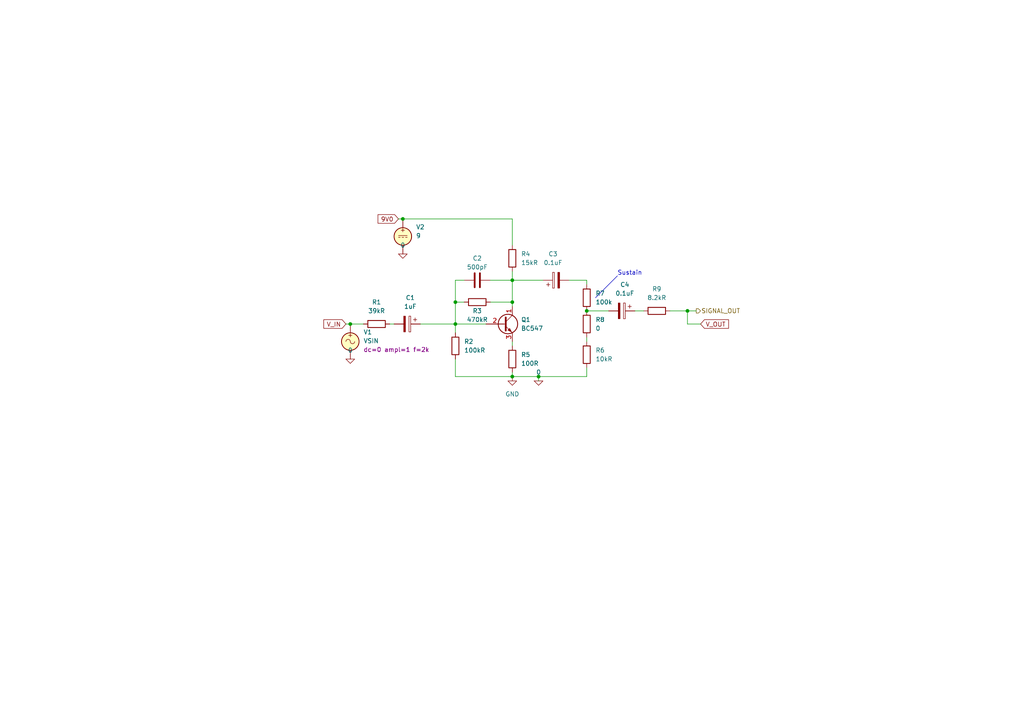
<source format=kicad_sch>
(kicad_sch (version 20211123) (generator eeschema)
  (paper "A4")
  (lib_symbols
    (symbol "Device:C" (pin_numbers hide) (pin_names (offset 0.254))
      (property "Reference" "C" (at 0.635 2.54 0))
      (property "Value" "C" (at 0.635 -2.54 0))
      (symbol "C_0_1"
        (polyline (pts (xy -2.032 -0.762) (xy 2.032 -0.762)) (stroke (width 0.508)))
        (polyline (pts (xy -2.032 0.762) (xy 2.032 0.762)) (stroke (width 0.508)))
      )
      (symbol "C_1_1"
        (pin passive line (at 0 3.81 270) (length 2.794) (name "~") (number "1"))
        (pin passive line (at 0 -3.81 90) (length 2.794) (name "~") (number "2"))
      )
    )
    (symbol "Device:C_Polarized" (pin_numbers hide) (pin_names (offset 0.254))
      (property "Reference" "C" (at 0.635 2.54 0))
      (property "Value" "C_Polarized" (at 0.635 -2.54 0))
      (symbol "C_Polarized_0_1"
        (rectangle (start -2.286 0.508) (end 2.286 1.016))
        (polyline (pts (xy -1.778 2.286) (xy -0.762 2.286)))
        (polyline (pts (xy -1.27 2.794) (xy -1.27 1.778)))
        (rectangle (start 2.286 -0.508) (end -2.286 -1.016) (fill (type outline)))
      )
      (symbol "C_Polarized_1_1"
        (pin passive line (at 0 3.81 270) (length 2.794) (name "~") (number "1"))
        (pin passive line (at 0 -3.81 90) (length 2.794) (name "~") (number "2"))
      )
    )
    (symbol "Device:R" (pin_numbers hide) (pin_names (offset 0))
      (property "Reference" "R" (at 2.032 0 90))
      (property "Value" "R" (at 0 0 90))
      (symbol "R_0_1"
        (rectangle (start -1.016 -2.54) (end 1.016 2.54) (stroke (width 0.254)))
      )
      (symbol "R_1_1"
        (pin passive line (at 0 3.81 270) (length 1.27) (name "~") (number "1"))
        (pin passive line (at 0 -3.81 90) (length 1.27) (name "~") (number "2"))
      )
    )
    (symbol "Simulation_SPICE:VDC" (pin_numbers hide) (pin_names (offset 0.0254))
      (property "Reference" "V" (at 2.54 2.54 0))
      (property "Value" "VDC" (at 2.54 0 0))
      (property "Spice_Model" "dc(1)" (at 2.54 -2.54 0))
      (symbol "VDC_0_0"
        (polyline (pts (xy -1.27 0.254) (xy 1.27 0.254)))
        (polyline (pts (xy -0.762 -0.254) (xy -1.27 -0.254)))
        (polyline (pts (xy 0.254 -0.254) (xy -0.254 -0.254)))
        (polyline (pts (xy 1.27 -0.254) (xy 0.762 -0.254)))
        (text "+" (at 0 1.905 0) (effects (font (size 1.27 1.27))))
      )
      (symbol "VDC_0_1"
        (circle (center 0 0) (radius 2.54) (stroke (width 0.254)) (fill (type background)))
      )
      (symbol "VDC_1_1"
        (pin passive line (at 0 5.08 270) (length 2.54) (name "~") (number "1"))
        (pin passive line (at 0 -5.08 90) (length 2.54) (name "~") (number "2"))
      )
    )
    (symbol "Simulation_SPICE:VSIN" (pin_numbers hide) (pin_names (offset 0.0254))
      (property "Reference" "V" (at 2.54 2.54 0))
      (property "Value" "VSIN" (at 2.54 0 0))
      (property "Spice_Model" "sin(0 1 1k)" (at 2.54 -2.54 0))
      (symbol "VSIN_0_0"
        (arc (start 0 0) (mid -0.635 0.635) (end -1.27 0))
        (arc (start 0 0) (mid 0.635 -0.635) (end 1.27 0))
        (text "+" (at 0 1.905 0) (effects (font (size 1.27 1.27))))
      )
      (symbol "VSIN_0_1"
        (circle (center 0 0) (radius 2.54) (stroke (width 0.254)) (fill (type background)))
      )
      (symbol "VSIN_1_1"
        (pin passive line (at 0 5.08 270) (length 2.54) (name "~") (number "1"))
        (pin passive line (at 0 -5.08 90) (length 2.54) (name "~") (number "2"))
      )
    )
    (symbol "Transistor_BJT:BC547" (pin_names (offset 0) hide)
      (property "Reference" "Q" (at 5.08 1.905 0))
      (property "Value" "BC547" (at 5.08 0 0))
      (symbol "BC547_0_1"
        (polyline (pts (xy 0 0) (xy 0.635 0)))
        (polyline (pts (xy 0.635 0.635) (xy 2.54 2.54)))
        (polyline (pts (xy 0.635 -0.635) (xy 2.54 -2.54) (xy 2.54 -2.54)))
        (polyline (pts (xy 0.635 1.905) (xy 0.635 -1.905) (xy 0.635 -1.905)) (stroke (width 0.508)))
        (polyline (pts (xy 1.27 -1.778) (xy 1.778 -1.27) (xy 2.286 -2.286) (xy 1.27 -1.778) (xy 1.27 -1.778)) (fill (type outline)))
        (circle (center 1.27 0) (radius 2.8194) (stroke (width 0.254)))
      )
      (symbol "BC547_1_1"
        (pin passive line (at 2.54 5.08 270) (length 2.54) (name "C") (number "1"))
        (pin input line (at -5.08 0 0) (length 5.08) (name "B") (number "2"))
        (pin passive line (at 2.54 -5.08 90) (length 2.54) (name "E") (number "3"))
      )
    )
    (symbol "power:GND" (power) (pin_names (offset 0))
      (property "Value" "GND" (at 0 -3.81 0))
      (symbol "GND_0_1"
        (polyline (pts (xy 0 0) (xy 0 -1.27) (xy 1.27 -1.27) (xy 0 -2.54) (xy -1.27 -1.27) (xy 0 -1.27)))
      )
      (symbol "GND_1_1"
        (pin power_in line (at 0 0 270) (length 0) hide (name "GND") (number "1"))
      )
    )
    (symbol "pspice:0" (power) (pin_names (offset 0))
      (property "Value" "0" (at 0 -1.778 0))
      (symbol "0_0_1"
        (polyline (pts (xy -1.27 0) (xy 0 -1.27) (xy 1.27 0) (xy -1.27 0)))
      )
      (symbol "0_1_1"
        (pin power_in line (at 0 0 0) (length 0) hide (name "0") (number "1"))
      )
    )
  )
  (junction (at 148.59 109.22))
  (junction (at 148.59 81.28))
  (junction (at 116.84 63.5))
  (junction (at 170.18 90.17))
  (junction (at 132.08 93.98))
  (junction (at 101.6 93.98))
  (junction (at 148.59 87.63))
  (junction (at 132.08 87.63))
  (junction (at 156.21 109.22))
  (junction (at 199.39 90.17))
  (wire (pts (xy 148.59 81.28) (xy 157.48 81.28)))
  (wire (pts (xy 132.08 104.14) (xy 132.08 109.22)))
  (wire (pts (xy 132.08 93.98) (xy 140.97 93.98)))
  (wire (pts (xy 121.92 93.98) (xy 132.08 93.98)))
  (wire (pts (xy 132.08 81.28) (xy 132.08 87.63)))
  (wire (pts (xy 114.3 93.98) (xy 113.03 93.98)))
  (wire (pts (xy 148.59 87.63) (xy 148.59 88.9)))
  (wire (pts (xy 170.18 81.28) (xy 170.18 82.55)))
  (polyline (pts (xy 179.07 80.01) (xy 172.72 86.36)) (stroke (width 0) (type solid)))
  (wire (pts (xy 203.2 93.98) (xy 199.39 93.98)))
  (wire (pts (xy 199.39 93.98) (xy 199.39 90.17)))
  (wire (pts (xy 142.24 87.63) (xy 148.59 87.63)))
  (wire (pts (xy 132.08 109.22) (xy 148.59 109.22)))
  (wire (pts (xy 165.1 81.28) (xy 170.18 81.28)))
  (wire (pts (xy 116.84 63.5) (xy 148.59 63.5)))
  (wire (pts (xy 194.31 90.17) (xy 199.39 90.17)))
  (wire (pts (xy 148.59 107.95) (xy 148.59 109.22)))
  (wire (pts (xy 156.21 109.22) (xy 148.59 109.22)))
  (wire (pts (xy 148.59 81.28) (xy 148.59 87.63)))
  (wire (pts (xy 170.18 90.17) (xy 176.53 90.17)))
  (wire (pts (xy 199.39 90.17) (xy 201.93 90.17)))
  (wire (pts (xy 156.21 109.22) (xy 156.21 110.49)))
  (wire (pts (xy 170.18 106.68) (xy 170.18 109.22)))
  (wire (pts (xy 115.57 63.5) (xy 116.84 63.5)))
  (wire (pts (xy 101.6 93.98) (xy 105.41 93.98)))
  (wire (pts (xy 132.08 93.98) (xy 132.08 96.52)))
  (wire (pts (xy 132.08 87.63) (xy 134.62 87.63)))
  (wire (pts (xy 148.59 71.12) (xy 148.59 63.5)))
  (wire (pts (xy 148.59 99.06) (xy 148.59 100.33)))
  (wire (pts (xy 100.33 93.98) (xy 101.6 93.98)))
  (wire (pts (xy 134.62 81.28) (xy 132.08 81.28)))
  (wire (pts (xy 170.18 109.22) (xy 156.21 109.22)))
  (wire (pts (xy 184.15 90.17) (xy 186.69 90.17)))
  (wire (pts (xy 148.59 78.74) (xy 148.59 81.28)))
  (wire (pts (xy 142.24 81.28) (xy 148.59 81.28)))
  (wire (pts (xy 132.08 87.63) (xy 132.08 93.98)))
  (wire (pts (xy 170.18 97.79) (xy 170.18 99.06)))
  (text "Sustain" (at 179.07 80.01 0) (effects (font (size 1.27 1.27)) (justify left bottom)))
  (global_label "V_IN" (shape input) (at 100.33 93.98 180) (property "Intersheet References" "${INTERSHEET_REFS}" (effects hide)))
  (global_label "V_OUT" (shape input) (at 203.2 93.98 0) (property "Intersheet References" "${INTERSHEET_REFS}" (effects hide)))
  (global_label "9V0" (shape input) (at 115.57 63.5 180) (property "Intersheet References" "${INTERSHEET_REFS}" (effects hide)))
  (hierarchical_label "SIGNAL_OUT" (shape output) (at 201.93 90.17 0))
  (symbol (lib_id "Device:R") (at 138.43 87.63 90) (unit 1)
    (property "Reference" "R3" (at 138.43 90.17 90))
    (property "Value" "470kR" (at 138.43 92.71 90))
  )
  (symbol (lib_id "Device:R") (at 132.08 100.33 0) (unit 1)
    (property "Reference" "R2" (at 134.62 99.0599 0) (effects (justify left)))
    (property "Value" "100kR" (at 134.62 101.5999 0) (effects (justify left)))
  )
  (symbol (lib_id "pspice:0") (at 101.6 104.14 0) (unit 1)
    (property "Reference" "#GND01" (effects hide))
    (property "Value" "0" (at 101.6 101.6 0))
  )
  (symbol (lib_id "Device:R") (at 170.18 102.87 0) (unit 1)
    (property "Reference" "R6" (at 172.72 101.5999 0) (effects (justify left)))
    (property "Value" "10kR" (at 172.72 104.1399 0) (effects (justify left)))
  )
  (symbol (lib_id "Device:R") (at 170.18 86.36 0) (unit 1)
    (property "Reference" "R7" (at 172.72 85.0899 0) (effects (justify left)))
    (property "Value" "100k" (at 172.72 87.6299 0) (effects (justify left)))
  )
  (symbol (lib_id "Device:C_Polarized") (at 180.34 90.17 270) (unit 1)
    (property "Reference" "C4" (at 181.229 82.55 90))
    (property "Value" "0.1uF" (at 181.229 85.09 90))
  )
  (symbol (lib_id "Simulation_SPICE:VDC") (at 116.84 68.58 0) (unit 1)
    (property "Reference" "V2" (at 120.65 65.8501 0) (effects (justify left)))
    (property "Value" "VDC" (at 120.65 68.3901 0) (effects (justify left)))
    (property "Spice_Netlist_Enabled" "Y" (effects hide))
    (property "Spice_Primitive" "V" (effects hide))
    (property "Spice_Model" "dc 9" (at 120.65 70.9301 0) (effects (justify left)))
  )
  (symbol (lib_id "Device:C") (at 138.43 81.28 90) (unit 1)
    (property "Reference" "C2" (at 138.43 74.93 90))
    (property "Value" "500pF" (at 138.43 77.47 90))
  )
  (symbol (lib_id "Device:R") (at 190.5 90.17 90) (unit 1)
    (property "Reference" "R9" (at 190.5 83.82 90))
    (property "Value" "8.2kR" (at 190.5 86.36 90))
  )
  (symbol (lib_id "Simulation_SPICE:VSIN") (at 101.6 99.06 0) (unit 1)
    (property "Reference" "V1" (at 105.41 96.3301 0) (effects (justify left)))
    (property "Value" "VSIN" (at 105.41 98.8701 0) (effects (justify left)))
    (property "Spice_Netlist_Enabled" "Y" (effects hide))
    (property "Spice_Primitive" "V" (effects hide))
    (property "Spice_Model" "sin(0 1 2k)" (at 105.41 101.4101 0) (effects (justify left)))
  )
  (symbol (lib_id "Device:R") (at 148.59 74.93 0) (unit 1)
    (property "Reference" "R4" (at 151.13 73.6599 0) (effects (justify left)))
    (property "Value" "15kR" (at 151.13 76.1999 0) (effects (justify left)))
    (property "Spice_Primitive" "R" (effects hide))
    (property "Spice_Model" "15kR" (effects hide))
    (property "Spice_Netlist_Enabled" "Y" (effects hide))
  )
  (symbol (lib_id "Device:C_Polarized") (at 118.11 93.98 270) (unit 1)
    (property "Reference" "C1" (at 118.999 86.36 90))
    (property "Value" "1uF" (at 118.999 88.9 90))
  )
  (symbol (lib_id "Device:R") (at 148.59 104.14 0) (unit 1)
    (property "Reference" "R5" (at 151.13 102.8699 0) (effects (justify left)))
    (property "Value" "100R" (at 151.13 105.4099 0) (effects (justify left)))
  )
  (symbol (lib_id "Device:C_Polarized") (at 161.29 81.28 90) (unit 1)
    (property "Reference" "C3" (at 160.401 73.66 90))
    (property "Value" "0.1uF" (at 160.401 76.2 90))
  )
  (symbol (lib_id "power:GND") (at 148.59 109.22 0) (unit 1)
    (property "Reference" "#PWR01" (effects hide))
    (property "Value" "GND" (at 148.59 114.3 0))
  )
  (symbol (lib_id "Transistor_BJT:BC547") (at 146.05 93.98 0) (unit 1)
    (property "Reference" "Q1" (at 151.13 92.7099 0) (effects (justify left)))
    (property "Value" "BC547" (at 151.13 95.2499 0) (effects (justify left)))
    (property "Footprint" "Package_TO_SOT_THT:TO-92_Inline" (effects hide))
    (property "Datasheet" "https://www.onsemi.com/pub/Collateral/BC550-D.pdf" (effects hide))
    (property "Spice_Primitive" "Q" (effects hide))
    (property "Spice_Model" "BC547B" (effects hide))
    (property "Spice_Netlist_Enabled" "Y" (effects hide))
    (property "Spice_Lib_File" "/home/liam/big_muff_pi_copy/SPICE_MODELS.lib" (effects hide))
  )
  (symbol (lib_id "pspice:0") (at 116.84 73.66 0) (unit 1)
    (property "Reference" "#GND02" (effects hide))
    (property "Value" "0" (at 116.84 71.12 0))
  )
  (symbol (lib_id "pspice:0") (at 156.21 110.49 0) (unit 1)
    (property "Reference" "#GND03" (effects hide))
    (property "Value" "0" (at 156.21 107.95 0))
  )
  (symbol (lib_id "Device:R") (at 170.18 93.98 0) (unit 1)
    (property "Reference" "R8" (at 172.72 92.7099 0) (effects (justify left)))
    (property "Value" "0" (at 172.72 95.2499 0) (effects (justify left)))
  )
  (symbol (lib_id "Device:R") (at 109.22 93.98 90) (unit 1)
    (property "Reference" "R1" (at 109.22 87.63 90))
    (property "Value" "39kR" (at 109.22 90.17 90))
  )
)
</source>
